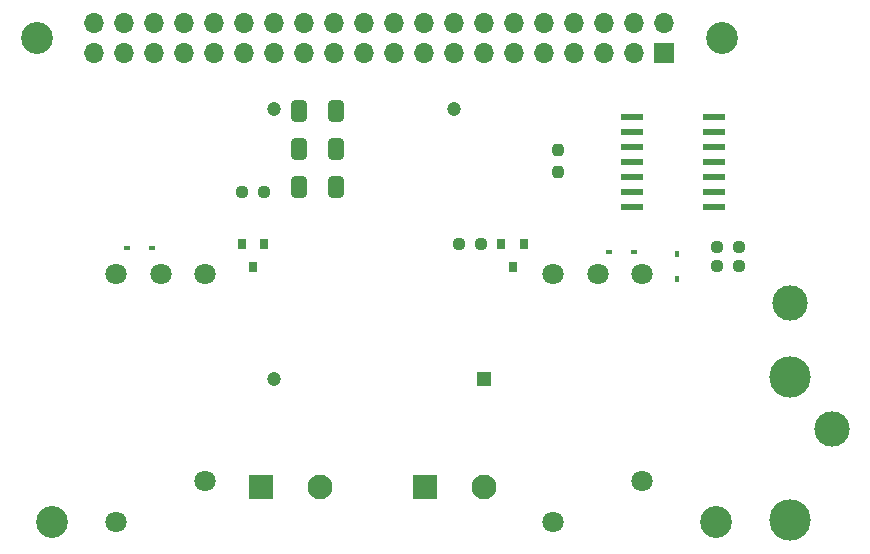
<source format=gbs>
%TF.GenerationSoftware,KiCad,Pcbnew,(6.0.8)*%
%TF.CreationDate,2023-02-20T09:44:42-06:00*%
%TF.ProjectId,PumpTimerV2,50756d70-5469-46d6-9572-56322e6b6963,rev?*%
%TF.SameCoordinates,Original*%
%TF.FileFunction,Soldermask,Bot*%
%TF.FilePolarity,Negative*%
%FSLAX46Y46*%
G04 Gerber Fmt 4.6, Leading zero omitted, Abs format (unit mm)*
G04 Created by KiCad (PCBNEW (6.0.8)) date 2023-02-20 09:44:42*
%MOMM*%
%LPD*%
G01*
G04 APERTURE LIST*
G04 Aperture macros list*
%AMRoundRect*
0 Rectangle with rounded corners*
0 $1 Rounding radius*
0 $2 $3 $4 $5 $6 $7 $8 $9 X,Y pos of 4 corners*
0 Add a 4 corners polygon primitive as box body*
4,1,4,$2,$3,$4,$5,$6,$7,$8,$9,$2,$3,0*
0 Add four circle primitives for the rounded corners*
1,1,$1+$1,$2,$3*
1,1,$1+$1,$4,$5*
1,1,$1+$1,$6,$7*
1,1,$1+$1,$8,$9*
0 Add four rect primitives between the rounded corners*
20,1,$1+$1,$2,$3,$4,$5,0*
20,1,$1+$1,$4,$5,$6,$7,0*
20,1,$1+$1,$6,$7,$8,$9,0*
20,1,$1+$1,$8,$9,$2,$3,0*%
G04 Aperture macros list end*
%ADD10C,1.800000*%
%ADD11C,2.100000*%
%ADD12R,2.100000X2.100000*%
%ADD13R,1.200000X1.200000*%
%ADD14C,1.200000*%
%ADD15C,3.500000*%
%ADD16C,3.000000*%
%ADD17C,2.700000*%
%ADD18R,0.600000X0.450000*%
%ADD19R,0.800000X0.900000*%
%ADD20RoundRect,0.237500X-0.250000X-0.237500X0.250000X-0.237500X0.250000X0.237500X-0.250000X0.237500X0*%
%ADD21RoundRect,0.237500X0.250000X0.237500X-0.250000X0.237500X-0.250000X-0.237500X0.250000X-0.237500X0*%
%ADD22R,1.970000X0.610000*%
%ADD23R,1.700000X1.700000*%
%ADD24O,1.700000X1.700000*%
%ADD25RoundRect,0.249997X-0.412503X-0.650003X0.412503X-0.650003X0.412503X0.650003X-0.412503X0.650003X0*%
%ADD26RoundRect,0.237500X-0.237500X0.250000X-0.237500X-0.250000X0.237500X-0.250000X0.237500X0.250000X0*%
%ADD27R,0.450000X0.600000*%
%ADD28RoundRect,0.250000X-0.412500X-0.650000X0.412500X-0.650000X0.412500X0.650000X-0.412500X0.650000X0*%
G04 APERTURE END LIST*
D10*
%TO.C,K2*%
X87250000Y-86500000D03*
X94750000Y-86500000D03*
X87250000Y-107500000D03*
X91000000Y-86500000D03*
X94750000Y-104000000D03*
%TD*%
%TO.C,K1*%
X50250000Y-86500000D03*
X57750000Y-86500000D03*
X50250000Y-107500000D03*
X54000000Y-86500000D03*
X57750000Y-104000000D03*
%TD*%
D11*
%TO.C,J3*%
X81390000Y-104500000D03*
D12*
X76390000Y-104500000D03*
%TD*%
D11*
%TO.C,J2*%
X67500000Y-104500000D03*
D12*
X62500000Y-104500000D03*
%TD*%
D13*
%TO.C,PS1*%
X81390000Y-95390000D03*
D14*
X78850000Y-72530000D03*
X63610000Y-72530000D03*
X63610000Y-95390000D03*
%TD*%
D15*
%TO.C,BT1*%
X107300000Y-107300000D03*
X107300000Y-95200000D03*
D16*
X110800000Y-99600000D03*
X107300000Y-88900000D03*
%TD*%
D17*
%TO.C,H1*%
X101500000Y-66500000D03*
%TD*%
%TO.C,H2*%
X43500000Y-66500000D03*
%TD*%
%TO.C,H3*%
X44800000Y-107500000D03*
%TD*%
%TO.C,H4*%
X101000000Y-107500000D03*
%TD*%
D18*
%TO.C,D1*%
X51150000Y-84300000D03*
X53250000Y-84300000D03*
%TD*%
%TO.C,D2*%
X94050000Y-84600000D03*
X91950000Y-84600000D03*
%TD*%
D19*
%TO.C,Q1*%
X82850000Y-83900000D03*
X84750000Y-83900000D03*
X83800000Y-85900000D03*
%TD*%
%TO.C,Q2*%
X60850000Y-83900000D03*
X62750000Y-83900000D03*
X61800000Y-85900000D03*
%TD*%
D20*
%TO.C,R1*%
X79287500Y-83900000D03*
X81112500Y-83900000D03*
%TD*%
D21*
%TO.C,R3*%
X102939300Y-85819200D03*
X101114300Y-85819200D03*
%TD*%
%TO.C,R4*%
X102939300Y-84193600D03*
X101114300Y-84193600D03*
%TD*%
D22*
%TO.C,U1*%
X93900000Y-80800000D03*
X93900000Y-79530000D03*
X93900000Y-78260000D03*
X93900000Y-76990000D03*
X93900000Y-75720000D03*
X93900000Y-74450000D03*
X93900000Y-73180000D03*
X100830000Y-73180000D03*
X100830000Y-74450000D03*
X100830000Y-75720000D03*
X100830000Y-76990000D03*
X100830000Y-78260000D03*
X100830000Y-79530000D03*
X100830000Y-80800000D03*
%TD*%
D23*
%TO.C,J4*%
X96630000Y-67770000D03*
D24*
X96630000Y-65230000D03*
X94090000Y-67770000D03*
X94090000Y-65230000D03*
X91550000Y-67770000D03*
X91550000Y-65230000D03*
X89010000Y-67770000D03*
X89010000Y-65230000D03*
X86470000Y-67770000D03*
X86470000Y-65230000D03*
X83930000Y-67770000D03*
X83930000Y-65230000D03*
X81390000Y-67770000D03*
X81390000Y-65230000D03*
X78850000Y-67770000D03*
X78850000Y-65230000D03*
X76310000Y-67770000D03*
X76310000Y-65230000D03*
X73770000Y-67770000D03*
X73770000Y-65230000D03*
X71230000Y-67770000D03*
X71230000Y-65230000D03*
X68690000Y-67770000D03*
X68690000Y-65230000D03*
X66150000Y-67770000D03*
X66150000Y-65230000D03*
X63610000Y-67770000D03*
X63610000Y-65230000D03*
X61070000Y-67770000D03*
X61070000Y-65230000D03*
X58530000Y-67770000D03*
X58530000Y-65230000D03*
X55990000Y-67770000D03*
X55990000Y-65230000D03*
X53450000Y-67770000D03*
X53450000Y-65230000D03*
X50910000Y-67770000D03*
X50910000Y-65230000D03*
X48370000Y-67770000D03*
X48370000Y-65230000D03*
%TD*%
D25*
%TO.C,C1*%
X65737500Y-72700000D03*
X68862500Y-72700000D03*
%TD*%
D21*
%TO.C,R2*%
X62712500Y-79500000D03*
X60887500Y-79500000D03*
%TD*%
D26*
%TO.C,R5*%
X87599600Y-75991300D03*
X87599600Y-77816300D03*
%TD*%
D27*
%TO.C,D3*%
X97750000Y-86850000D03*
X97750000Y-84750000D03*
%TD*%
D28*
%TO.C,C3*%
X65737500Y-79100000D03*
X68862500Y-79100000D03*
%TD*%
%TO.C,C2*%
X65737500Y-75900000D03*
X68862500Y-75900000D03*
%TD*%
M02*

</source>
